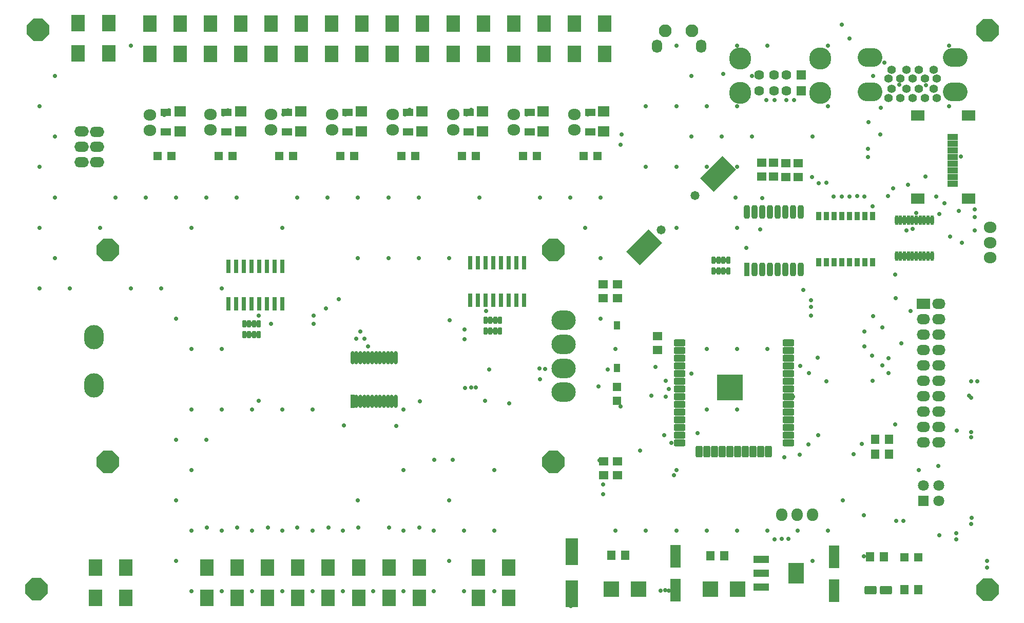
<source format=gts>
G04 Layer_Color=8388736*
%FSTAX24Y24*%
%MOIN*%
G70*
G01*
G75*
%ADD95R,0.0945X0.0315*%
%ADD96R,0.0260X0.0850*%
%ADD97O,0.0260X0.0850*%
%ADD98O,0.0257X0.0631*%
%ADD99R,0.0379X0.0580*%
%ADD100R,0.0730X0.0680*%
%ADD101R,0.0380X0.0880*%
G04:AMPARAMS|DCode=102|XSize=38mil|YSize=88mil|CornerRadius=11.5mil|HoleSize=0mil|Usage=FLASHONLY|Rotation=180.000|XOffset=0mil|YOffset=0mil|HoleType=Round|Shape=RoundedRectangle|*
%AMROUNDEDRECTD102*
21,1,0.0380,0.0650,0,0,180.0*
21,1,0.0150,0.0880,0,0,180.0*
1,1,0.0230,-0.0075,0.0325*
1,1,0.0230,0.0075,0.0325*
1,1,0.0230,0.0075,-0.0325*
1,1,0.0230,-0.0075,-0.0325*
%
%ADD102ROUNDEDRECTD102*%
%ADD103R,0.0395X0.0552*%
G04:AMPARAMS|DCode=104|XSize=45.4mil|YSize=27.7mil|CornerRadius=6.5mil|HoleSize=0mil|Usage=FLASHONLY|Rotation=90.000|XOffset=0mil|YOffset=0mil|HoleType=Round|Shape=RoundedRectangle|*
%AMROUNDEDRECTD104*
21,1,0.0454,0.0148,0,0,90.0*
21,1,0.0325,0.0277,0,0,90.0*
1,1,0.0129,0.0074,0.0162*
1,1,0.0129,0.0074,-0.0162*
1,1,0.0129,-0.0074,-0.0162*
1,1,0.0129,-0.0074,0.0162*
%
%ADD104ROUNDEDRECTD104*%
%ADD105R,0.0630X0.0580*%
%ADD106R,0.0316X0.0867*%
%ADD107R,0.0580X0.0580*%
%ADD108R,0.1025X0.1379*%
%ADD109R,0.1025X0.0474*%
G04:AMPARAMS|DCode=110|XSize=75mil|YSize=44mil|CornerRadius=8mil|HoleSize=0mil|Usage=FLASHONLY|Rotation=180.000|XOffset=0mil|YOffset=0mil|HoleType=Round|Shape=RoundedRectangle|*
%AMROUNDEDRECTD110*
21,1,0.0750,0.0281,0,0,180.0*
21,1,0.0591,0.0440,0,0,180.0*
1,1,0.0159,-0.0295,0.0140*
1,1,0.0159,0.0295,0.0140*
1,1,0.0159,0.0295,-0.0140*
1,1,0.0159,-0.0295,-0.0140*
%
%ADD110ROUNDEDRECTD110*%
G04:AMPARAMS|DCode=111|XSize=75mil|YSize=44mil|CornerRadius=8mil|HoleSize=0mil|Usage=FLASHONLY|Rotation=90.000|XOffset=0mil|YOffset=0mil|HoleType=Round|Shape=RoundedRectangle|*
%AMROUNDEDRECTD111*
21,1,0.0750,0.0281,0,0,90.0*
21,1,0.0591,0.0440,0,0,90.0*
1,1,0.0159,0.0140,0.0295*
1,1,0.0159,0.0140,-0.0295*
1,1,0.0159,-0.0140,-0.0295*
1,1,0.0159,-0.0140,0.0295*
%
%ADD111ROUNDEDRECTD111*%
%ADD112R,0.1660X0.1660*%
%ADD113R,0.0680X0.0474*%
%ADD114R,0.0680X0.0474*%
%ADD115R,0.0986X0.0986*%
%ADD116R,0.0710X0.1458*%
G04:AMPARAMS|DCode=117|XSize=78.9mil|YSize=55.2mil|CornerRadius=9.9mil|HoleSize=0mil|Usage=FLASHONLY|Rotation=0.000|XOffset=0mil|YOffset=0mil|HoleType=Round|Shape=RoundedRectangle|*
%AMROUNDEDRECTD117*
21,1,0.0789,0.0354,0,0,0.0*
21,1,0.0591,0.0552,0,0,0.0*
1,1,0.0198,0.0295,-0.0177*
1,1,0.0198,-0.0295,-0.0177*
1,1,0.0198,-0.0295,0.0177*
1,1,0.0198,0.0295,0.0177*
%
%ADD117ROUNDEDRECTD117*%
%ADD118R,0.0828X0.1734*%
G04:AMPARAMS|DCode=119|XSize=126.1mil|YSize=204.9mil|CornerRadius=0mil|HoleSize=0mil|Usage=FLASHONLY|Rotation=315.000|XOffset=0mil|YOffset=0mil|HoleType=Round|Shape=Rectangle|*
%AMROTATEDRECTD119*
4,1,4,-0.1170,-0.0278,0.0278,0.1170,0.1170,0.0278,-0.0278,-0.1170,-0.1170,-0.0278,0.0*
%
%ADD119ROTATEDRECTD119*%

%ADD120R,0.0580X0.0630*%
%ADD121R,0.0580X0.0580*%
%ADD122R,0.0671X0.0395*%
%ADD123R,0.0867X0.0651*%
%ADD124R,0.0867X0.1064*%
%ADD125O,0.0830X0.0730*%
%ADD126R,0.0639X0.0639*%
%ADD127C,0.0639*%
%ADD128C,0.1438*%
%ADD129O,0.1596X0.1222*%
%ADD130C,0.0552*%
%ADD131O,0.0671X0.0867*%
%ADD132C,0.0830*%
%ADD133O,0.0940X0.0680*%
%ADD134O,0.0867X0.0671*%
%ADD135R,0.0867X0.0671*%
%ADD136P,0.1578X8X22.5*%
%ADD137P,0.1578X8X22.5*%
%ADD138O,0.1580X0.1280*%
%ADD139O,0.1280X0.1580*%
%ADD140R,0.0710X0.0710*%
%ADD141C,0.0710*%
%ADD142O,0.0730X0.0830*%
%ADD143C,0.0277*%
%ADD144C,0.0580*%
D95*
X23715Y170416D02*
D03*
X23715Y171124D02*
D03*
X22233Y167214D02*
D03*
X22233Y166506D02*
D03*
X20667Y166994D02*
D03*
Y166286D02*
D03*
D96*
X213223Y161963D02*
D03*
D97*
X213478D02*
D03*
X213734D02*
D03*
X21399D02*
D03*
X214246D02*
D03*
X214502D02*
D03*
X214758D02*
D03*
X215014D02*
D03*
X21527D02*
D03*
X215526D02*
D03*
X215782D02*
D03*
X216037D02*
D03*
X213223Y164797D02*
D03*
X213478D02*
D03*
X213734D02*
D03*
X21399D02*
D03*
X214246D02*
D03*
X214502D02*
D03*
X214758D02*
D03*
X215014D02*
D03*
X21527Y164797D02*
D03*
X215526Y164797D02*
D03*
X215782Y164797D02*
D03*
X216037Y164797D02*
D03*
D98*
X250862Y173711D02*
D03*
X250606D02*
D03*
X25035D02*
D03*
X250094D02*
D03*
X249838D02*
D03*
X249582D02*
D03*
X249326D02*
D03*
X24907D02*
D03*
X248814D02*
D03*
X248558D02*
D03*
X250862Y171389D02*
D03*
X250606D02*
D03*
X25035D02*
D03*
X250094D02*
D03*
X249838D02*
D03*
X249582D02*
D03*
X249326D02*
D03*
X24907D02*
D03*
X248814D02*
D03*
X248558D02*
D03*
D99*
X24699Y17098D02*
D03*
X24649D02*
D03*
X24599D02*
D03*
X24549D02*
D03*
X24399D02*
D03*
X24349D02*
D03*
X24449D02*
D03*
X24499D02*
D03*
X24399Y17398D02*
D03*
X24349D02*
D03*
X24449D02*
D03*
X24699D02*
D03*
X24649D02*
D03*
X24599D02*
D03*
X24549D02*
D03*
X24499D02*
D03*
D100*
X22954Y18077D02*
D03*
Y17947D02*
D03*
X20202Y18077D02*
D03*
Y17947D02*
D03*
X205951Y18077D02*
D03*
Y17947D02*
D03*
X209883Y18077D02*
D03*
Y17947D02*
D03*
X213814Y18077D02*
D03*
Y17947D02*
D03*
X217746Y18077D02*
D03*
Y17947D02*
D03*
X221677Y18077D02*
D03*
Y17947D02*
D03*
X225609Y18077D02*
D03*
Y17947D02*
D03*
D101*
X23882Y17053D02*
D03*
D102*
X23932D02*
D03*
X23982D02*
D03*
X24032Y17053D02*
D03*
X24082Y17053D02*
D03*
X24132D02*
D03*
X24182D02*
D03*
X24232D02*
D03*
X23882Y17425D02*
D03*
X23932D02*
D03*
X23982D02*
D03*
X24032Y17425D02*
D03*
X24082Y17425D02*
D03*
X24132D02*
D03*
X24182D02*
D03*
X24232D02*
D03*
D103*
X23039Y166868D02*
D03*
Y164112D02*
D03*
D104*
X237622Y170416D02*
D03*
X237307D02*
D03*
X236993D02*
D03*
X236678D02*
D03*
Y171124D02*
D03*
X236993D02*
D03*
X237307D02*
D03*
X237622Y171124D02*
D03*
X221858Y167214D02*
D03*
X222173D02*
D03*
X222487D02*
D03*
X222802D02*
D03*
Y166506D02*
D03*
X222487D02*
D03*
X222173D02*
D03*
X221858D02*
D03*
X206198Y166994D02*
D03*
X206513D02*
D03*
X206827D02*
D03*
X207142D02*
D03*
Y166286D02*
D03*
X206827D02*
D03*
X206513D02*
D03*
X206198D02*
D03*
D105*
X22955Y15805D02*
D03*
Y15715D02*
D03*
X23304Y16617D02*
D03*
Y16527D02*
D03*
X2295Y16866D02*
D03*
Y16956D02*
D03*
X23979Y17654D02*
D03*
Y17744D02*
D03*
X24217Y17743D02*
D03*
Y17653D02*
D03*
X24058Y17654D02*
D03*
Y17744D02*
D03*
X24138Y17743D02*
D03*
Y17653D02*
D03*
X23042Y16864D02*
D03*
Y16954D02*
D03*
X23044Y15715D02*
D03*
Y15805D02*
D03*
D106*
X22436Y17095D02*
D03*
X22386D02*
D03*
X22336D02*
D03*
X22286D02*
D03*
X22236D02*
D03*
X22186D02*
D03*
X22136D02*
D03*
X22086D02*
D03*
X22436Y16851D02*
D03*
X22386D02*
D03*
X22336D02*
D03*
X22286D02*
D03*
X22236D02*
D03*
X22186D02*
D03*
X22136D02*
D03*
X22086D02*
D03*
X20867Y17073D02*
D03*
X20817D02*
D03*
X20767D02*
D03*
X20717D02*
D03*
X20667D02*
D03*
X20617D02*
D03*
X20567D02*
D03*
X20517D02*
D03*
X20867Y16829D02*
D03*
X20817D02*
D03*
X20767D02*
D03*
X20717D02*
D03*
X20667D02*
D03*
X20617D02*
D03*
X20567D02*
D03*
X20517D02*
D03*
D107*
X22824Y17789D02*
D03*
X22914D02*
D03*
X20058D02*
D03*
X20148D02*
D03*
X204531D02*
D03*
X205431D02*
D03*
X208483D02*
D03*
X209383D02*
D03*
X212434D02*
D03*
X213334D02*
D03*
X216386D02*
D03*
X217286D02*
D03*
X220337D02*
D03*
X221237D02*
D03*
X224289D02*
D03*
X225189D02*
D03*
X24997Y15183D02*
D03*
X24907Y15183D02*
D03*
D108*
X242042Y15079D02*
D03*
D109*
X239758Y149884D02*
D03*
Y15079D02*
D03*
X239758Y151696D02*
D03*
D110*
X24155Y16576D02*
D03*
Y16526D02*
D03*
Y16476D02*
D03*
Y16426D02*
D03*
X24155Y16376D02*
D03*
X24155Y16326D02*
D03*
Y16276D02*
D03*
Y16226D02*
D03*
Y16176D02*
D03*
X24155Y16126D02*
D03*
X24155Y16076D02*
D03*
Y16026D02*
D03*
Y15976D02*
D03*
Y15926D02*
D03*
X234457D02*
D03*
X234457Y15976D02*
D03*
Y16026D02*
D03*
Y16076D02*
D03*
Y16126D02*
D03*
X234457Y16176D02*
D03*
X234457Y16226D02*
D03*
Y16276D02*
D03*
X234457Y16326D02*
D03*
X234457Y16376D02*
D03*
Y16426D02*
D03*
Y16476D02*
D03*
Y16526D02*
D03*
X234457Y16576D02*
D03*
D111*
X24025Y158669D02*
D03*
X23975D02*
D03*
X23925D02*
D03*
X23875D02*
D03*
X23825D02*
D03*
X23775D02*
D03*
X23725D02*
D03*
X23675D02*
D03*
X23625D02*
D03*
X23575D02*
D03*
D112*
X237724Y16285D02*
D03*
D113*
X22866Y17946D02*
D03*
X20109D02*
D03*
X205029D02*
D03*
X208967D02*
D03*
X212906D02*
D03*
X216844D02*
D03*
X220783D02*
D03*
X224721D02*
D03*
D114*
X22866Y18072D02*
D03*
X20109D02*
D03*
X205029D02*
D03*
X208967D02*
D03*
X212906D02*
D03*
X216844D02*
D03*
X220783D02*
D03*
X224721D02*
D03*
D115*
X231816Y14974D02*
D03*
X230044D02*
D03*
X238236Y14974D02*
D03*
X236464D02*
D03*
D116*
X24449Y149638D02*
D03*
Y151842D02*
D03*
X23421Y149678D02*
D03*
Y151882D02*
D03*
D117*
X246858Y14969D02*
D03*
X247882D02*
D03*
D118*
X22747Y152188D02*
D03*
X22747Y149432D02*
D03*
D119*
X23217Y171934D02*
D03*
X236958Y176722D02*
D03*
D120*
X24996Y14971D02*
D03*
X24906D02*
D03*
X24717Y15948D02*
D03*
X24807D02*
D03*
X24717Y1585D02*
D03*
X24807D02*
D03*
X24775Y15184D02*
D03*
X24685Y15184D02*
D03*
X23093Y15194D02*
D03*
X23003D02*
D03*
X23647Y15191D02*
D03*
X23737D02*
D03*
D121*
X2304Y16288D02*
D03*
Y16198D02*
D03*
D122*
X252203Y179099D02*
D03*
Y178666D02*
D03*
Y178233D02*
D03*
Y1778D02*
D03*
Y177367D02*
D03*
Y176934D02*
D03*
Y176501D02*
D03*
Y176068D02*
D03*
D123*
X249939Y175103D02*
D03*
Y180517D02*
D03*
X253226Y175103D02*
D03*
Y180517D02*
D03*
D124*
X207713Y151147D02*
D03*
X207713Y149178D02*
D03*
X205745D02*
D03*
X205745Y151147D02*
D03*
X203776D02*
D03*
X203776Y149178D02*
D03*
X209682D02*
D03*
X209682Y151147D02*
D03*
X217556D02*
D03*
X217556Y149178D02*
D03*
X21165D02*
D03*
Y151147D02*
D03*
X213619Y151147D02*
D03*
Y149178D02*
D03*
X215587Y149178D02*
D03*
Y151147D02*
D03*
X202035Y184523D02*
D03*
X202035Y186492D02*
D03*
X204003D02*
D03*
Y184523D02*
D03*
X205972Y184523D02*
D03*
Y186492D02*
D03*
X200066Y186492D02*
D03*
X200066Y184523D02*
D03*
X217783Y184523D02*
D03*
Y186492D02*
D03*
X219751Y186492D02*
D03*
Y184523D02*
D03*
X22172Y184523D02*
D03*
Y186492D02*
D03*
X215814D02*
D03*
X215814Y184523D02*
D03*
X223688D02*
D03*
X223688Y186492D02*
D03*
X229594D02*
D03*
X229594Y184523D02*
D03*
X227625D02*
D03*
X227625Y186492D02*
D03*
X225657D02*
D03*
X225657Y184523D02*
D03*
X20794Y184523D02*
D03*
Y186492D02*
D03*
X213846D02*
D03*
X213846Y184523D02*
D03*
X211877D02*
D03*
X211877Y186492D02*
D03*
X209909D02*
D03*
X209909Y184523D02*
D03*
X198495Y149178D02*
D03*
X198495Y151147D02*
D03*
X196526D02*
D03*
X196526Y149178D02*
D03*
X195415Y186512D02*
D03*
X195415Y184543D02*
D03*
X197384D02*
D03*
X197384Y186512D02*
D03*
X223375Y149178D02*
D03*
Y151147D02*
D03*
X221406D02*
D03*
Y149178D02*
D03*
D125*
X22764Y17957D02*
D03*
Y18058D02*
D03*
X223701Y17957D02*
D03*
Y18058D02*
D03*
X219763Y17957D02*
D03*
Y18058D02*
D03*
X215824Y17957D02*
D03*
Y18058D02*
D03*
X211886Y17957D02*
D03*
Y18058D02*
D03*
X207947Y17957D02*
D03*
Y18058D02*
D03*
X204009Y17957D02*
D03*
Y18058D02*
D03*
X20007Y17955D02*
D03*
Y18056D02*
D03*
X25463Y17127D02*
D03*
Y17225D02*
D03*
Y17326D02*
D03*
D126*
X242378Y182111D02*
D03*
X242378Y183142D02*
D03*
D127*
X239622Y182111D02*
D03*
X240606D02*
D03*
X241394D02*
D03*
X240606Y183142D02*
D03*
X241394D02*
D03*
X239622D02*
D03*
D128*
X243587Y181973D02*
D03*
X238413D02*
D03*
Y184209D02*
D03*
X243587D02*
D03*
D129*
X252374Y182044D02*
D03*
X246826D02*
D03*
Y18428D02*
D03*
X252374D02*
D03*
D130*
X250978Y183493D02*
D03*
X248222D02*
D03*
X249994D02*
D03*
X249206D02*
D03*
X248025Y182902D02*
D03*
X251175D02*
D03*
X248813D02*
D03*
X2496D02*
D03*
X250387D02*
D03*
X250978Y182233D02*
D03*
X248222D02*
D03*
X249994D02*
D03*
X249206D02*
D03*
X248025Y181642D02*
D03*
X251175D02*
D03*
X248813D02*
D03*
X2496Y181642D02*
D03*
X250387Y181642D02*
D03*
D131*
X23587Y185D02*
D03*
X233D02*
D03*
D132*
X23528Y18603D02*
D03*
X23355D02*
D03*
D133*
X19562Y17847D02*
D03*
X19562Y17947D02*
D03*
Y17747D02*
D03*
X19662Y17946D02*
D03*
X19662Y17847D02*
D03*
X19662Y17747D02*
D03*
D134*
X2513Y15928D02*
D03*
Y16028D02*
D03*
Y16128D02*
D03*
Y16228D02*
D03*
Y16328D02*
D03*
Y16428D02*
D03*
Y16528D02*
D03*
Y16628D02*
D03*
Y16728D02*
D03*
Y16828D02*
D03*
X2503Y16728D02*
D03*
Y16628D02*
D03*
Y16528D02*
D03*
Y16428D02*
D03*
Y16328D02*
D03*
Y16228D02*
D03*
Y16128D02*
D03*
Y16028D02*
D03*
Y15928D02*
D03*
D135*
Y16828D02*
D03*
D136*
X254482Y186055D02*
D03*
Y149705D02*
D03*
X192707Y149735D02*
D03*
X192797Y186075D02*
D03*
D137*
X22627Y171786D02*
D03*
Y158006D02*
D03*
X197333D02*
D03*
X197333Y171786D02*
D03*
D138*
X226939Y167219D02*
D03*
Y162534D02*
D03*
Y164093D02*
D03*
Y165652D02*
D03*
D139*
X196427Y162967D02*
D03*
Y166116D02*
D03*
D140*
X25029Y15548D02*
D03*
D141*
Y15648D02*
D03*
X25129Y15548D02*
D03*
Y15648D02*
D03*
D142*
X24111Y15458D02*
D03*
X24209D02*
D03*
X2431D02*
D03*
D143*
X23357Y16328D02*
D03*
X2329Y16417D02*
D03*
X22051Y16598D02*
D03*
X22092Y16284D02*
D03*
X22055Y16283D02*
D03*
X22124Y16286D02*
D03*
X22051Y1666D02*
D03*
X21953Y1672D02*
D03*
X22979Y16402D02*
D03*
X22572Y16406D02*
D03*
X22536Y164093D02*
D03*
X23325Y14965D02*
D03*
X23377Y14966D02*
D03*
X22951Y15591D02*
D03*
Y15656D02*
D03*
X23353Y149678D02*
D03*
X2221Y16403D02*
D03*
X23773Y16295D02*
D03*
Y1623D02*
D03*
X23262D02*
D03*
X23378Y16274D02*
D03*
X243Y16751D02*
D03*
X24301Y16808D02*
D03*
X243Y16853D02*
D03*
X24551Y1855D02*
D03*
X245Y18643D02*
D03*
X2234Y16181D02*
D03*
X20712Y16753D02*
D03*
X24647Y16551D02*
D03*
Y16649D02*
D03*
X24227Y15847D02*
D03*
X2423Y16426D02*
D03*
X24287Y16377D02*
D03*
X24282Y15915D02*
D03*
X24343Y16478D02*
D03*
X244Y16326D02*
D03*
X24448Y17525D02*
D03*
X24499D02*
D03*
X24549Y17526D02*
D03*
X24599Y17528D02*
D03*
X24699Y17462D02*
D03*
X24801Y17527D02*
D03*
X25048Y18249D02*
D03*
X24873Y1825D02*
D03*
X24753Y18102D02*
D03*
X24647Y17526D02*
D03*
X24399Y17616D02*
D03*
X24191Y18153D02*
D03*
X24011D02*
D03*
X2414Y18152D02*
D03*
X2482Y15949D02*
D03*
Y15851D02*
D03*
X24702Y16748D02*
D03*
X23522Y16375D02*
D03*
X24185Y16226D02*
D03*
X24346Y15976D02*
D03*
X23982Y17516D02*
D03*
X2381Y17519D02*
D03*
X23565Y15987D02*
D03*
X23356Y16226D02*
D03*
X24948Y16782D02*
D03*
X24764Y16676D02*
D03*
X24888Y16573D02*
D03*
X24697Y16491D02*
D03*
X24764Y16427D02*
D03*
X24699Y16327D02*
D03*
X23879Y1719D02*
D03*
X20517Y16859D02*
D03*
X20618Y16802D02*
D03*
X214246Y165504D02*
D03*
X21399Y166D02*
D03*
X22189Y1678D02*
D03*
X213734Y166466D02*
D03*
X22288Y16829D02*
D03*
X213478Y166002D02*
D03*
X22388Y16824D02*
D03*
X21069Y16751D02*
D03*
X2115Y16799D02*
D03*
X21234Y16858D02*
D03*
X22957Y184499D02*
D03*
Y18075D02*
D03*
X22566Y18084D02*
D03*
X22172Y18079D02*
D03*
X217783Y180863D02*
D03*
X21385Y18084D02*
D03*
X20993Y18077D02*
D03*
X205972Y180772D02*
D03*
X202035Y180765D02*
D03*
X22868Y18076D02*
D03*
X22475Y18078D02*
D03*
X22063Y18058D02*
D03*
X21665D02*
D03*
X21276D02*
D03*
X21301Y18083D02*
D03*
X20875Y18058D02*
D03*
X20902Y18085D02*
D03*
X20484Y18058D02*
D03*
X20513Y18084D02*
D03*
X201Y18056D02*
D03*
X20129Y18085D02*
D03*
X21694Y18088D02*
D03*
X22093D02*
D03*
X22455Y18058D02*
D03*
X23731Y18322D02*
D03*
X247772Y183942D02*
D03*
X24908Y15189D02*
D03*
X24684D02*
D03*
X25132Y15326D02*
D03*
X22742Y14904D02*
D03*
X25341Y15398D02*
D03*
X25246Y16004D02*
D03*
X25327Y16231D02*
D03*
X25341Y15994D02*
D03*
X23969Y17313D02*
D03*
X2425Y16918D02*
D03*
X207924Y166994D02*
D03*
X21071Y16697D02*
D03*
X2285Y18058D02*
D03*
X22182Y16197D02*
D03*
X23044Y15805D02*
D03*
X2295Y16866D02*
D03*
X23042Y16401D02*
D03*
X22765Y15276D02*
D03*
X24128Y15832D02*
D03*
X20713Y16197D02*
D03*
X21361Y15375D02*
D03*
X21166D02*
D03*
X20965D02*
D03*
X20775D02*
D03*
X20575D02*
D03*
X20376D02*
D03*
X21606Y16036D02*
D03*
X21855Y15814D02*
D03*
X21268Y16038D02*
D03*
X21758Y15375D02*
D03*
X2156D02*
D03*
X21975Y15815D02*
D03*
X25442Y15157D02*
D03*
X22919Y16291D02*
D03*
X22926Y1581D02*
D03*
X23411Y15714D02*
D03*
X22955Y15716D02*
D03*
X23063Y16163D02*
D03*
X23191Y15876D02*
D03*
X23392Y15926D02*
D03*
X23347Y15975D02*
D03*
X24448Y14946D02*
D03*
X2307Y17929D02*
D03*
X23065Y17861D02*
D03*
X25242Y15337D02*
D03*
X25243Y15299D02*
D03*
X25341Y16217D02*
D03*
X24855Y15419D02*
D03*
X25381Y16324D02*
D03*
X2534D02*
D03*
X25442Y15114D02*
D03*
X22741Y14865D02*
D03*
X22766Y15248D02*
D03*
X24901Y15419D02*
D03*
X25342Y15437D02*
D03*
X25341Y1596D02*
D03*
X217597Y161963D02*
D03*
X243078Y17653D02*
D03*
X24351Y1761D02*
D03*
X24062Y1815D02*
D03*
X24577Y15853D02*
D03*
X24629Y15918D02*
D03*
X25126Y15775D02*
D03*
X25202Y17264D02*
D03*
X2411Y153D02*
D03*
X24642Y15454D02*
D03*
X24643Y15189D02*
D03*
X24155Y153D02*
D03*
X24065Y15298D02*
D03*
X24848Y16046D02*
D03*
X24802Y16475D02*
D03*
X24803Y16377D02*
D03*
X24849Y16864D02*
D03*
X24846Y17019D02*
D03*
X25363Y17392D02*
D03*
X2467Y1778D02*
D03*
X25279Y17226D02*
D03*
X248343Y17578D02*
D03*
X249196Y173044D02*
D03*
X249313Y17603D02*
D03*
X249838Y174188D02*
D03*
X253643Y17442D02*
D03*
X252613Y1743D02*
D03*
X246723Y18008D02*
D03*
X246713Y17836D02*
D03*
X247513Y17929D02*
D03*
X252723Y17784D02*
D03*
X250423Y17656D02*
D03*
X251343Y17413D02*
D03*
X251653Y17481D02*
D03*
X25115Y17525D02*
D03*
X249613Y17314D02*
D03*
X253623Y17304D02*
D03*
X192913Y169291D02*
D03*
X193898Y17126D02*
D03*
X192913Y173228D02*
D03*
X193898Y175197D02*
D03*
X192913Y177165D02*
D03*
X193898Y179134D02*
D03*
X192913Y181102D02*
D03*
X193898Y183071D02*
D03*
X194882Y169291D02*
D03*
X19685Y173228D02*
D03*
X197835Y175197D02*
D03*
X198819Y169291D02*
D03*
X199803Y175197D02*
D03*
X198819Y185039D02*
D03*
X201772Y151575D02*
D03*
Y155512D02*
D03*
Y159449D02*
D03*
Y167323D02*
D03*
X200787Y169291D02*
D03*
X201772Y175197D02*
D03*
X202756Y149606D02*
D03*
Y153543D02*
D03*
Y15748D02*
D03*
X20374Y159449D02*
D03*
X202756Y161417D02*
D03*
Y165354D02*
D03*
Y173228D02*
D03*
X20374Y175197D02*
D03*
X204724Y149606D02*
D03*
Y153543D02*
D03*
Y161417D02*
D03*
Y165354D02*
D03*
Y169291D02*
D03*
X205709Y175197D02*
D03*
X206693Y149606D02*
D03*
Y153543D02*
D03*
Y161417D02*
D03*
X208661Y149606D02*
D03*
Y153543D02*
D03*
Y161417D02*
D03*
Y173228D02*
D03*
X209646Y175197D02*
D03*
X21063Y149606D02*
D03*
Y153543D02*
D03*
Y161417D02*
D03*
X211614Y175197D02*
D03*
X212598Y149606D02*
D03*
Y153543D02*
D03*
X213583Y155512D02*
D03*
Y17126D02*
D03*
Y175197D02*
D03*
X214567Y149606D02*
D03*
X215551Y17126D02*
D03*
Y175197D02*
D03*
X216535Y149606D02*
D03*
Y153543D02*
D03*
Y15748D02*
D03*
Y161417D02*
D03*
X21752Y17126D02*
D03*
Y175197D02*
D03*
X218504Y149606D02*
D03*
X219488Y151575D02*
D03*
X218504Y153543D02*
D03*
X219488Y155512D02*
D03*
Y17126D02*
D03*
X220472Y149606D02*
D03*
Y153543D02*
D03*
X221457Y175197D02*
D03*
X222441Y149606D02*
D03*
Y153543D02*
D03*
Y15748D02*
D03*
X225394Y163386D02*
D03*
Y175197D02*
D03*
X227362D02*
D03*
X229331Y167323D02*
D03*
Y17126D02*
D03*
X228346Y173228D02*
D03*
X229331Y175197D02*
D03*
X230315Y153543D02*
D03*
Y165354D02*
D03*
X232283Y153543D02*
D03*
Y177165D02*
D03*
Y181102D02*
D03*
X234252Y153543D02*
D03*
Y15748D02*
D03*
Y173228D02*
D03*
Y177165D02*
D03*
X235236Y179134D02*
D03*
X234252Y181102D02*
D03*
X235236Y183071D02*
D03*
X234252Y185039D02*
D03*
X23622Y153543D02*
D03*
Y161417D02*
D03*
Y165354D02*
D03*
Y177165D02*
D03*
X237205Y179134D02*
D03*
X23622Y181102D02*
D03*
X238189Y153543D02*
D03*
Y161417D02*
D03*
Y165354D02*
D03*
Y173228D02*
D03*
Y177165D02*
D03*
X239173Y179134D02*
D03*
X238189Y181102D02*
D03*
X239173Y183071D02*
D03*
X238189Y185039D02*
D03*
X240157Y153543D02*
D03*
Y165354D02*
D03*
Y185039D02*
D03*
X24311Y151575D02*
D03*
X242126Y153543D02*
D03*
X24311Y179134D02*
D03*
X244095Y153543D02*
D03*
X245079Y155512D02*
D03*
X244095Y181102D02*
D03*
Y185039D02*
D03*
X247047Y183071D02*
D03*
X25Y15748D02*
D03*
X251969Y181102D02*
D03*
Y185039D02*
D03*
D144*
X233255Y173075D02*
D03*
X235482Y175302D02*
D03*
M02*

</source>
